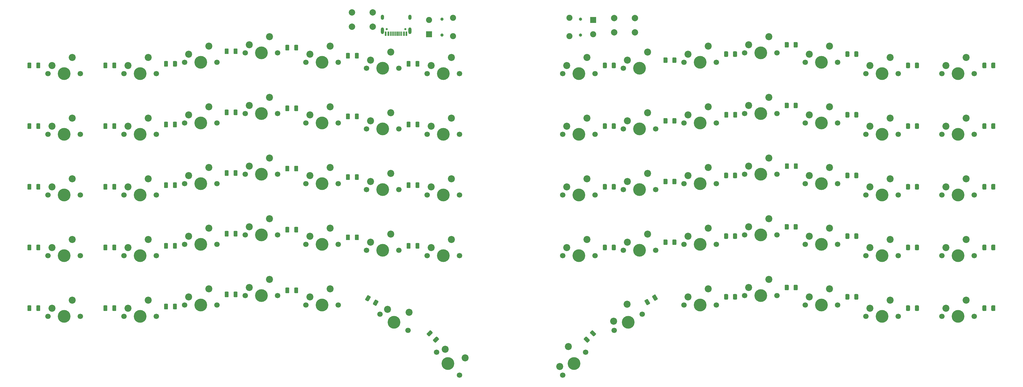
<source format=gbr>
%TF.GenerationSoftware,KiCad,Pcbnew,(5.1.10)-1*%
%TF.CreationDate,2021-08-08T19:29:01+02:00*%
%TF.ProjectId,T1,54312e6b-6963-4616-945f-706362585858,rev?*%
%TF.SameCoordinates,Original*%
%TF.FileFunction,Soldermask,Top*%
%TF.FilePolarity,Negative*%
%FSLAX46Y46*%
G04 Gerber Fmt 4.6, Leading zero omitted, Abs format (unit mm)*
G04 Created by KiCad (PCBNEW (5.1.10)-1) date 2021-08-08 19:29:01*
%MOMM*%
%LPD*%
G01*
G04 APERTURE LIST*
%ADD10C,1.700000*%
%ADD11C,4.000000*%
%ADD12C,2.200000*%
%ADD13R,0.600000X1.450000*%
%ADD14R,0.300000X1.450000*%
%ADD15O,1.000000X2.100000*%
%ADD16C,0.650000*%
%ADD17O,1.000000X1.600000*%
%ADD18C,2.000000*%
%ADD19C,1.000000*%
%ADD20C,1.900000*%
%ADD21R,1.900000X1.900000*%
G04 APERTURE END LIST*
D10*
%TO.C,SW43*%
X174148750Y-63404750D03*
D11*
X179228750Y-63404750D03*
D12*
X175418750Y-60864750D03*
X181768750Y-58324750D03*
%TD*%
D10*
%TO.C,SW16*%
X65500250Y-58578750D03*
X55340250Y-58578750D03*
D11*
X60420250Y-58578750D03*
D12*
X56610250Y-56038750D03*
X62960250Y-53498750D03*
%TD*%
D10*
%TO.C,SW26*%
X103600250Y-63404750D03*
X93440250Y-63404750D03*
D11*
X98520250Y-63404750D03*
D12*
X94710250Y-60864750D03*
X101060250Y-58324750D03*
%TD*%
D10*
%TO.C,SW72*%
X284384750Y-141255750D03*
X274224750Y-141255750D03*
D11*
X279304750Y-141255750D03*
D12*
X275494750Y-138715750D03*
X281844750Y-136175750D03*
%TD*%
D10*
%TO.C,SW71*%
X284384750Y-122205750D03*
X274224750Y-122205750D03*
D11*
X279304750Y-122205750D03*
D12*
X275494750Y-119665750D03*
X281844750Y-117125750D03*
%TD*%
D10*
%TO.C,SW70*%
X284384750Y-103155750D03*
X274224750Y-103155750D03*
D11*
X279304750Y-103155750D03*
D12*
X275494750Y-100615750D03*
X281844750Y-98075750D03*
%TD*%
D10*
%TO.C,SW69*%
X284384750Y-84105750D03*
X274224750Y-84105750D03*
D11*
X279304750Y-84105750D03*
D12*
X275494750Y-81565750D03*
X281844750Y-79025750D03*
%TD*%
D10*
%TO.C,SW68*%
X284384750Y-65055750D03*
X274224750Y-65055750D03*
D11*
X279304750Y-65055750D03*
D12*
X275494750Y-62515750D03*
X281844750Y-59975750D03*
%TD*%
D10*
%TO.C,SW67*%
X260508750Y-141255750D03*
X250348750Y-141255750D03*
D11*
X255428750Y-141255750D03*
D12*
X251618750Y-138715750D03*
X257968750Y-136175750D03*
%TD*%
D10*
%TO.C,SW66*%
X260508750Y-122205750D03*
X250348750Y-122205750D03*
D11*
X255428750Y-122205750D03*
D12*
X251618750Y-119665750D03*
X257968750Y-117125750D03*
%TD*%
D10*
%TO.C,SW65*%
X260508750Y-103155750D03*
X250348750Y-103155750D03*
D11*
X255428750Y-103155750D03*
D12*
X251618750Y-100615750D03*
X257968750Y-98075750D03*
%TD*%
D10*
%TO.C,SW64*%
X260508750Y-84105750D03*
X250348750Y-84105750D03*
D11*
X255428750Y-84105750D03*
D12*
X251618750Y-81565750D03*
X257968750Y-79025750D03*
%TD*%
D10*
%TO.C,SW63*%
X260508750Y-65055750D03*
X250348750Y-65055750D03*
D11*
X255428750Y-65055750D03*
D12*
X251618750Y-62515750D03*
X257968750Y-59975750D03*
%TD*%
D10*
%TO.C,SW62*%
X241458750Y-137699750D03*
X231298750Y-137699750D03*
D11*
X236378750Y-137699750D03*
D12*
X232568750Y-135159750D03*
X238918750Y-132619750D03*
%TD*%
D10*
%TO.C,SW61*%
X241458750Y-118649750D03*
X231298750Y-118649750D03*
D11*
X236378750Y-118649750D03*
D12*
X232568750Y-116109750D03*
X238918750Y-113569750D03*
%TD*%
D10*
%TO.C,SW60*%
X241458750Y-99599750D03*
X231298750Y-99599750D03*
D11*
X236378750Y-99599750D03*
D12*
X232568750Y-97059750D03*
X238918750Y-94519750D03*
%TD*%
D10*
%TO.C,SW59*%
X241458750Y-80549750D03*
X231298750Y-80549750D03*
D11*
X236378750Y-80549750D03*
D12*
X232568750Y-78009750D03*
X238918750Y-75469750D03*
%TD*%
D10*
%TO.C,SW58*%
X241458750Y-61499750D03*
X231298750Y-61499750D03*
D11*
X236378750Y-61499750D03*
D12*
X232568750Y-58959750D03*
X238918750Y-56419750D03*
%TD*%
D10*
%TO.C,SW57*%
X222408750Y-134778750D03*
X212248750Y-134778750D03*
D11*
X217328750Y-134778750D03*
D12*
X213518750Y-132238750D03*
X219868750Y-129698750D03*
%TD*%
D10*
%TO.C,SW56*%
X222408750Y-115728750D03*
X212248750Y-115728750D03*
D11*
X217328750Y-115728750D03*
D12*
X213518750Y-113188750D03*
X219868750Y-110648750D03*
%TD*%
D10*
%TO.C,SW55*%
X222408750Y-96678750D03*
X212248750Y-96678750D03*
D11*
X217328750Y-96678750D03*
D12*
X213518750Y-94138750D03*
X219868750Y-91598750D03*
%TD*%
D10*
%TO.C,SW54*%
X222408750Y-77628750D03*
X212248750Y-77628750D03*
D11*
X217328750Y-77628750D03*
D12*
X213518750Y-75088750D03*
X219868750Y-72548750D03*
%TD*%
D10*
%TO.C,SW53*%
X222408750Y-58578750D03*
X212248750Y-58578750D03*
D11*
X217328750Y-58578750D03*
D12*
X213518750Y-56038750D03*
X219868750Y-53498750D03*
%TD*%
D10*
%TO.C,SW52*%
X203358750Y-137699750D03*
X193198750Y-137699750D03*
D11*
X198278750Y-137699750D03*
D12*
X194468750Y-135159750D03*
X200818750Y-132619750D03*
%TD*%
D10*
%TO.C,SW51*%
X203358750Y-118649750D03*
X193198750Y-118649750D03*
D11*
X198278750Y-118649750D03*
D12*
X194468750Y-116109750D03*
X200818750Y-113569750D03*
%TD*%
D10*
%TO.C,SW50*%
X203358750Y-99599750D03*
X193198750Y-99599750D03*
D11*
X198278750Y-99599750D03*
D12*
X194468750Y-97059750D03*
X200818750Y-94519750D03*
%TD*%
D10*
%TO.C,SW49*%
X203358750Y-80549750D03*
X193198750Y-80549750D03*
D11*
X198278750Y-80549750D03*
D12*
X194468750Y-78009750D03*
X200818750Y-75469750D03*
%TD*%
D10*
%TO.C,SW48*%
X203358750Y-61499750D03*
X193198750Y-61499750D03*
D11*
X198278750Y-61499750D03*
D12*
X194468750Y-58959750D03*
X200818750Y-56419750D03*
%TD*%
D10*
%TO.C,SW47*%
X180072160Y-140575159D03*
X171273341Y-145655159D03*
D11*
X175672750Y-143115159D03*
D12*
X171103194Y-142820455D03*
X175332455Y-137445750D03*
%TD*%
D10*
%TO.C,SW46*%
X184308750Y-120554750D03*
X174148750Y-120554750D03*
D11*
X179228750Y-120554750D03*
D12*
X175418750Y-118014750D03*
X181768750Y-115474750D03*
%TD*%
D10*
%TO.C,SW45*%
X184308750Y-101504750D03*
X174148750Y-101504750D03*
D11*
X179228750Y-101504750D03*
D12*
X175418750Y-98964750D03*
X181768750Y-96424750D03*
%TD*%
D10*
%TO.C,SW44*%
X184308750Y-82454750D03*
X174148750Y-82454750D03*
D11*
X179228750Y-82454750D03*
D12*
X175418750Y-79914750D03*
X181768750Y-77374750D03*
%TD*%
D10*
%TO.C,SW42*%
X162246853Y-152522647D03*
X155062648Y-159706852D03*
D11*
X158654750Y-156114750D03*
D12*
X154164622Y-157012775D03*
X156858699Y-150726596D03*
%TD*%
D10*
%TO.C,SW41*%
X165258750Y-122205750D03*
X155098750Y-122205750D03*
D11*
X160178750Y-122205750D03*
D12*
X156368750Y-119665750D03*
X162718750Y-117125750D03*
%TD*%
D10*
%TO.C,SW40*%
X165258750Y-103155750D03*
X155098750Y-103155750D03*
D11*
X160178750Y-103155750D03*
D12*
X156368750Y-100615750D03*
X162718750Y-98075750D03*
%TD*%
D10*
%TO.C,SW39*%
X165258750Y-84105750D03*
X155098750Y-84105750D03*
D11*
X160178750Y-84105750D03*
D12*
X156368750Y-81565750D03*
X162718750Y-79025750D03*
%TD*%
D10*
%TO.C,SW38*%
X165258750Y-65055750D03*
X155098750Y-65055750D03*
D11*
X160178750Y-65055750D03*
D12*
X156368750Y-62515750D03*
X162718750Y-59975750D03*
%TD*%
%TO.C,D68*%
G36*
G01*
X288181750Y-99990750D02*
X288181750Y-101240750D01*
G75*
G02*
X287931750Y-101490750I-250000J0D01*
G01*
X287181750Y-101490750D01*
G75*
G02*
X286931750Y-101240750I0J250000D01*
G01*
X286931750Y-99990750D01*
G75*
G02*
X287181750Y-99740750I250000J0D01*
G01*
X287931750Y-99740750D01*
G75*
G02*
X288181750Y-99990750I0J-250000D01*
G01*
G37*
G36*
G01*
X290981750Y-99990750D02*
X290981750Y-101240750D01*
G75*
G02*
X290731750Y-101490750I-250000J0D01*
G01*
X289981750Y-101490750D01*
G75*
G02*
X289731750Y-101240750I0J250000D01*
G01*
X289731750Y-99990750D01*
G75*
G02*
X289981750Y-99740750I250000J0D01*
G01*
X290731750Y-99740750D01*
G75*
G02*
X290981750Y-99990750I0J-250000D01*
G01*
G37*
%TD*%
%TO.C,D60*%
G36*
G01*
X245125750Y-134534750D02*
X245125750Y-135784750D01*
G75*
G02*
X244875750Y-136034750I-250000J0D01*
G01*
X244125750Y-136034750D01*
G75*
G02*
X243875750Y-135784750I0J250000D01*
G01*
X243875750Y-134534750D01*
G75*
G02*
X244125750Y-134284750I250000J0D01*
G01*
X244875750Y-134284750D01*
G75*
G02*
X245125750Y-134534750I0J-250000D01*
G01*
G37*
G36*
G01*
X247925750Y-134534750D02*
X247925750Y-135784750D01*
G75*
G02*
X247675750Y-136034750I-250000J0D01*
G01*
X246925750Y-136034750D01*
G75*
G02*
X246675750Y-135784750I0J250000D01*
G01*
X246675750Y-134534750D01*
G75*
G02*
X246925750Y-134284750I250000J0D01*
G01*
X247675750Y-134284750D01*
G75*
G02*
X247925750Y-134534750I0J-250000D01*
G01*
G37*
%TD*%
%TO.C,D45*%
G36*
G01*
X181858644Y-135959984D02*
X182483644Y-137042516D01*
G75*
G02*
X182392138Y-137384022I-216506J-125000D01*
G01*
X181742618Y-137759022D01*
G75*
G02*
X181401112Y-137667516I-125000J216506D01*
G01*
X180776112Y-136584984D01*
G75*
G02*
X180867618Y-136243478I216506J125000D01*
G01*
X181517138Y-135868478D01*
G75*
G02*
X181858644Y-135959984I125000J-216506D01*
G01*
G37*
G36*
G01*
X184283516Y-134559984D02*
X184908516Y-135642516D01*
G75*
G02*
X184817010Y-135984022I-216506J-125000D01*
G01*
X184167490Y-136359022D01*
G75*
G02*
X183825984Y-136267516I-125000J216506D01*
G01*
X183200984Y-135184984D01*
G75*
G02*
X183292490Y-134843478I216506J125000D01*
G01*
X183942010Y-134468478D01*
G75*
G02*
X184283516Y-134559984I125000J-216506D01*
G01*
G37*
%TD*%
D13*
%TO.C,J1*%
X99461250Y-52527250D03*
X100261250Y-52527250D03*
X105161250Y-52527250D03*
X105961250Y-52527250D03*
X105961250Y-52527250D03*
X105161250Y-52527250D03*
X100261250Y-52527250D03*
X99461250Y-52527250D03*
D14*
X104461250Y-52527250D03*
X103961250Y-52527250D03*
X103461250Y-52527250D03*
X102461250Y-52527250D03*
X101961250Y-52527250D03*
X101461250Y-52527250D03*
X100961250Y-52527250D03*
X102961250Y-52527250D03*
D15*
X98391250Y-51612250D03*
X107031250Y-51612250D03*
D16*
X105601250Y-51082250D03*
D17*
X107031250Y-47432250D03*
D16*
X99821250Y-51082250D03*
D17*
X98391250Y-47432250D03*
%TD*%
D18*
%TO.C,SW37*%
X177727750Y-47656750D03*
X177727750Y-52156750D03*
X171227750Y-47656750D03*
X171227750Y-52156750D03*
%TD*%
%TO.C,SW36*%
X95368250Y-45878750D03*
X95368250Y-50378750D03*
X88868250Y-45878750D03*
X88868250Y-50378750D03*
%TD*%
D10*
%TO.C,SW35*%
X122632199Y-159724904D03*
X115447994Y-152540699D03*
D11*
X119040096Y-156132801D03*
D12*
X118142071Y-151642673D03*
X124428250Y-154336750D03*
%TD*%
D10*
%TO.C,SW34*%
X122650250Y-122205750D03*
X112490250Y-122205750D03*
D11*
X117570250Y-122205750D03*
D12*
X113760250Y-119665750D03*
X120110250Y-117125750D03*
%TD*%
D10*
%TO.C,SW33*%
X122650250Y-103155750D03*
X112490250Y-103155750D03*
D11*
X117570250Y-103155750D03*
D12*
X113760250Y-100615750D03*
X120110250Y-98075750D03*
%TD*%
D10*
%TO.C,SW32*%
X122650250Y-84105750D03*
X112490250Y-84105750D03*
D11*
X117570250Y-84105750D03*
D12*
X113760250Y-81565750D03*
X120110250Y-79025750D03*
%TD*%
D10*
%TO.C,SW31*%
X122650250Y-65055750D03*
X112490250Y-65055750D03*
D11*
X117570250Y-65055750D03*
D12*
X113760250Y-62515750D03*
X120110250Y-59975750D03*
%TD*%
D10*
%TO.C,SW30*%
X106475660Y-145700750D03*
X97676841Y-140620750D03*
D11*
X102076250Y-143160750D03*
D12*
X100046694Y-139056046D03*
X106815955Y-140031341D03*
%TD*%
D10*
%TO.C,SW29*%
X103600250Y-120554750D03*
X93440250Y-120554750D03*
D11*
X98520250Y-120554750D03*
D12*
X94710250Y-118014750D03*
X101060250Y-115474750D03*
%TD*%
D10*
%TO.C,SW28*%
X103600250Y-101504750D03*
X93440250Y-101504750D03*
D11*
X98520250Y-101504750D03*
D12*
X94710250Y-98964750D03*
X101060250Y-96424750D03*
%TD*%
D10*
%TO.C,SW27*%
X103600250Y-82454750D03*
X93440250Y-82454750D03*
D11*
X98520250Y-82454750D03*
D12*
X94710250Y-79914750D03*
X101060250Y-77374750D03*
%TD*%
D10*
%TO.C,SW25*%
X84550250Y-137699750D03*
X74390250Y-137699750D03*
D11*
X79470250Y-137699750D03*
D12*
X75660250Y-135159750D03*
X82010250Y-132619750D03*
%TD*%
D10*
%TO.C,SW24*%
X84550250Y-118649750D03*
X74390250Y-118649750D03*
D11*
X79470250Y-118649750D03*
D12*
X75660250Y-116109750D03*
X82010250Y-113569750D03*
%TD*%
D10*
%TO.C,SW23*%
X84550250Y-99599750D03*
X74390250Y-99599750D03*
D11*
X79470250Y-99599750D03*
D12*
X75660250Y-97059750D03*
X82010250Y-94519750D03*
%TD*%
D10*
%TO.C,SW22*%
X84550250Y-80549750D03*
X74390250Y-80549750D03*
D11*
X79470250Y-80549750D03*
D12*
X75660250Y-78009750D03*
X82010250Y-75469750D03*
%TD*%
D10*
%TO.C,SW21*%
X84550250Y-61499750D03*
X74390250Y-61499750D03*
D11*
X79470250Y-61499750D03*
D12*
X75660250Y-58959750D03*
X82010250Y-56419750D03*
%TD*%
D10*
%TO.C,SW20*%
X65500250Y-134778750D03*
X55340250Y-134778750D03*
D11*
X60420250Y-134778750D03*
D12*
X56610250Y-132238750D03*
X62960250Y-129698750D03*
%TD*%
D10*
%TO.C,SW19*%
X65500250Y-115728750D03*
X55340250Y-115728750D03*
D11*
X60420250Y-115728750D03*
D12*
X56610250Y-113188750D03*
X62960250Y-110648750D03*
%TD*%
D10*
%TO.C,SW18*%
X65500250Y-96678750D03*
X55340250Y-96678750D03*
D11*
X60420250Y-96678750D03*
D12*
X56610250Y-94138750D03*
X62960250Y-91598750D03*
%TD*%
D10*
%TO.C,SW17*%
X65500250Y-77628750D03*
X55340250Y-77628750D03*
D11*
X60420250Y-77628750D03*
D12*
X56610250Y-75088750D03*
X62960250Y-72548750D03*
%TD*%
D10*
%TO.C,SW15*%
X46450250Y-137699750D03*
X36290250Y-137699750D03*
D11*
X41370250Y-137699750D03*
D12*
X37560250Y-135159750D03*
X43910250Y-132619750D03*
%TD*%
D10*
%TO.C,SW14*%
X46450250Y-118649750D03*
X36290250Y-118649750D03*
D11*
X41370250Y-118649750D03*
D12*
X37560250Y-116109750D03*
X43910250Y-113569750D03*
%TD*%
D10*
%TO.C,SW13*%
X46450250Y-99599750D03*
X36290250Y-99599750D03*
D11*
X41370250Y-99599750D03*
D12*
X37560250Y-97059750D03*
X43910250Y-94519750D03*
%TD*%
D10*
%TO.C,SW12*%
X46450250Y-80549750D03*
X36290250Y-80549750D03*
D11*
X41370250Y-80549750D03*
D12*
X37560250Y-78009750D03*
X43910250Y-75469750D03*
%TD*%
D10*
%TO.C,SW11*%
X46450250Y-61499750D03*
X36290250Y-61499750D03*
D11*
X41370250Y-61499750D03*
D12*
X37560250Y-58959750D03*
X43910250Y-56419750D03*
%TD*%
D10*
%TO.C,SW10*%
X27400250Y-141255750D03*
X17240250Y-141255750D03*
D11*
X22320250Y-141255750D03*
D12*
X18510250Y-138715750D03*
X24860250Y-136175750D03*
%TD*%
D10*
%TO.C,SW9*%
X27400250Y-122205750D03*
X17240250Y-122205750D03*
D11*
X22320250Y-122205750D03*
D12*
X18510250Y-119665750D03*
X24860250Y-117125750D03*
%TD*%
D10*
%TO.C,SW8*%
X27400250Y-103155750D03*
X17240250Y-103155750D03*
D11*
X22320250Y-103155750D03*
D12*
X18510250Y-100615750D03*
X24860250Y-98075750D03*
%TD*%
D10*
%TO.C,SW7*%
X27400250Y-84105750D03*
X17240250Y-84105750D03*
D11*
X22320250Y-84105750D03*
D12*
X18510250Y-81565750D03*
X24860250Y-79025750D03*
%TD*%
D10*
%TO.C,SW6*%
X27400250Y-65055750D03*
X17240250Y-65055750D03*
D11*
X22320250Y-65055750D03*
D12*
X18510250Y-62515750D03*
X24860250Y-59975750D03*
%TD*%
D10*
%TO.C,SW5*%
X3524250Y-141255750D03*
X-6635750Y-141255750D03*
D11*
X-1555750Y-141255750D03*
D12*
X-5365750Y-138715750D03*
X984250Y-136175750D03*
%TD*%
D10*
%TO.C,SW4*%
X3524250Y-122205750D03*
X-6635750Y-122205750D03*
D11*
X-1555750Y-122205750D03*
D12*
X-5365750Y-119665750D03*
X984250Y-117125750D03*
%TD*%
D10*
%TO.C,SW3*%
X3524250Y-103155750D03*
X-6635750Y-103155750D03*
D11*
X-1555750Y-103155750D03*
D12*
X-5365750Y-100615750D03*
X984250Y-98075750D03*
%TD*%
D10*
%TO.C,SW2*%
X3524250Y-84105750D03*
X-6635750Y-84105750D03*
D11*
X-1555750Y-84105750D03*
D12*
X-5365750Y-81565750D03*
X984250Y-79025750D03*
%TD*%
D10*
%TO.C,SW1*%
X3524250Y-65055750D03*
X-6635750Y-65055750D03*
D11*
X-1555750Y-65055750D03*
D12*
X-5365750Y-62515750D03*
X984250Y-59975750D03*
%TD*%
D19*
%TO.C,J3*%
X160646750Y-47950750D03*
X160646750Y-52950750D03*
D20*
X164646750Y-52700750D03*
D21*
X164646750Y-48200750D03*
D20*
X157146750Y-53350750D03*
X157146750Y-47550750D03*
%TD*%
D19*
%TO.C,J2*%
X117102250Y-52950750D03*
X117102250Y-47950750D03*
D20*
X113102250Y-48200750D03*
D21*
X113102250Y-52700750D03*
D20*
X120602250Y-47550750D03*
X120602250Y-53350750D03*
%TD*%
%TO.C,D70*%
G36*
G01*
X288181750Y-138090750D02*
X288181750Y-139340750D01*
G75*
G02*
X287931750Y-139590750I-250000J0D01*
G01*
X287181750Y-139590750D01*
G75*
G02*
X286931750Y-139340750I0J250000D01*
G01*
X286931750Y-138090750D01*
G75*
G02*
X287181750Y-137840750I250000J0D01*
G01*
X287931750Y-137840750D01*
G75*
G02*
X288181750Y-138090750I0J-250000D01*
G01*
G37*
G36*
G01*
X290981750Y-138090750D02*
X290981750Y-139340750D01*
G75*
G02*
X290731750Y-139590750I-250000J0D01*
G01*
X289981750Y-139590750D01*
G75*
G02*
X289731750Y-139340750I0J250000D01*
G01*
X289731750Y-138090750D01*
G75*
G02*
X289981750Y-137840750I250000J0D01*
G01*
X290731750Y-137840750D01*
G75*
G02*
X290981750Y-138090750I0J-250000D01*
G01*
G37*
%TD*%
%TO.C,D69*%
G36*
G01*
X288181750Y-119040750D02*
X288181750Y-120290750D01*
G75*
G02*
X287931750Y-120540750I-250000J0D01*
G01*
X287181750Y-120540750D01*
G75*
G02*
X286931750Y-120290750I0J250000D01*
G01*
X286931750Y-119040750D01*
G75*
G02*
X287181750Y-118790750I250000J0D01*
G01*
X287931750Y-118790750D01*
G75*
G02*
X288181750Y-119040750I0J-250000D01*
G01*
G37*
G36*
G01*
X290981750Y-119040750D02*
X290981750Y-120290750D01*
G75*
G02*
X290731750Y-120540750I-250000J0D01*
G01*
X289981750Y-120540750D01*
G75*
G02*
X289731750Y-120290750I0J250000D01*
G01*
X289731750Y-119040750D01*
G75*
G02*
X289981750Y-118790750I250000J0D01*
G01*
X290731750Y-118790750D01*
G75*
G02*
X290981750Y-119040750I0J-250000D01*
G01*
G37*
%TD*%
%TO.C,D67*%
G36*
G01*
X288181750Y-80940750D02*
X288181750Y-82190750D01*
G75*
G02*
X287931750Y-82440750I-250000J0D01*
G01*
X287181750Y-82440750D01*
G75*
G02*
X286931750Y-82190750I0J250000D01*
G01*
X286931750Y-80940750D01*
G75*
G02*
X287181750Y-80690750I250000J0D01*
G01*
X287931750Y-80690750D01*
G75*
G02*
X288181750Y-80940750I0J-250000D01*
G01*
G37*
G36*
G01*
X290981750Y-80940750D02*
X290981750Y-82190750D01*
G75*
G02*
X290731750Y-82440750I-250000J0D01*
G01*
X289981750Y-82440750D01*
G75*
G02*
X289731750Y-82190750I0J250000D01*
G01*
X289731750Y-80940750D01*
G75*
G02*
X289981750Y-80690750I250000J0D01*
G01*
X290731750Y-80690750D01*
G75*
G02*
X290981750Y-80940750I0J-250000D01*
G01*
G37*
%TD*%
%TO.C,D66*%
G36*
G01*
X288181750Y-61890750D02*
X288181750Y-63140750D01*
G75*
G02*
X287931750Y-63390750I-250000J0D01*
G01*
X287181750Y-63390750D01*
G75*
G02*
X286931750Y-63140750I0J250000D01*
G01*
X286931750Y-61890750D01*
G75*
G02*
X287181750Y-61640750I250000J0D01*
G01*
X287931750Y-61640750D01*
G75*
G02*
X288181750Y-61890750I0J-250000D01*
G01*
G37*
G36*
G01*
X290981750Y-61890750D02*
X290981750Y-63140750D01*
G75*
G02*
X290731750Y-63390750I-250000J0D01*
G01*
X289981750Y-63390750D01*
G75*
G02*
X289731750Y-63140750I0J250000D01*
G01*
X289731750Y-61890750D01*
G75*
G02*
X289981750Y-61640750I250000J0D01*
G01*
X290731750Y-61640750D01*
G75*
G02*
X290981750Y-61890750I0J-250000D01*
G01*
G37*
%TD*%
%TO.C,D65*%
G36*
G01*
X264178750Y-138090750D02*
X264178750Y-139340750D01*
G75*
G02*
X263928750Y-139590750I-250000J0D01*
G01*
X263178750Y-139590750D01*
G75*
G02*
X262928750Y-139340750I0J250000D01*
G01*
X262928750Y-138090750D01*
G75*
G02*
X263178750Y-137840750I250000J0D01*
G01*
X263928750Y-137840750D01*
G75*
G02*
X264178750Y-138090750I0J-250000D01*
G01*
G37*
G36*
G01*
X266978750Y-138090750D02*
X266978750Y-139340750D01*
G75*
G02*
X266728750Y-139590750I-250000J0D01*
G01*
X265978750Y-139590750D01*
G75*
G02*
X265728750Y-139340750I0J250000D01*
G01*
X265728750Y-138090750D01*
G75*
G02*
X265978750Y-137840750I250000J0D01*
G01*
X266728750Y-137840750D01*
G75*
G02*
X266978750Y-138090750I0J-250000D01*
G01*
G37*
%TD*%
%TO.C,D64*%
G36*
G01*
X264178750Y-119040750D02*
X264178750Y-120290750D01*
G75*
G02*
X263928750Y-120540750I-250000J0D01*
G01*
X263178750Y-120540750D01*
G75*
G02*
X262928750Y-120290750I0J250000D01*
G01*
X262928750Y-119040750D01*
G75*
G02*
X263178750Y-118790750I250000J0D01*
G01*
X263928750Y-118790750D01*
G75*
G02*
X264178750Y-119040750I0J-250000D01*
G01*
G37*
G36*
G01*
X266978750Y-119040750D02*
X266978750Y-120290750D01*
G75*
G02*
X266728750Y-120540750I-250000J0D01*
G01*
X265978750Y-120540750D01*
G75*
G02*
X265728750Y-120290750I0J250000D01*
G01*
X265728750Y-119040750D01*
G75*
G02*
X265978750Y-118790750I250000J0D01*
G01*
X266728750Y-118790750D01*
G75*
G02*
X266978750Y-119040750I0J-250000D01*
G01*
G37*
%TD*%
%TO.C,D63*%
G36*
G01*
X264175750Y-99990750D02*
X264175750Y-101240750D01*
G75*
G02*
X263925750Y-101490750I-250000J0D01*
G01*
X263175750Y-101490750D01*
G75*
G02*
X262925750Y-101240750I0J250000D01*
G01*
X262925750Y-99990750D01*
G75*
G02*
X263175750Y-99740750I250000J0D01*
G01*
X263925750Y-99740750D01*
G75*
G02*
X264175750Y-99990750I0J-250000D01*
G01*
G37*
G36*
G01*
X266975750Y-99990750D02*
X266975750Y-101240750D01*
G75*
G02*
X266725750Y-101490750I-250000J0D01*
G01*
X265975750Y-101490750D01*
G75*
G02*
X265725750Y-101240750I0J250000D01*
G01*
X265725750Y-99990750D01*
G75*
G02*
X265975750Y-99740750I250000J0D01*
G01*
X266725750Y-99740750D01*
G75*
G02*
X266975750Y-99990750I0J-250000D01*
G01*
G37*
%TD*%
%TO.C,D62*%
G36*
G01*
X264178750Y-80940750D02*
X264178750Y-82190750D01*
G75*
G02*
X263928750Y-82440750I-250000J0D01*
G01*
X263178750Y-82440750D01*
G75*
G02*
X262928750Y-82190750I0J250000D01*
G01*
X262928750Y-80940750D01*
G75*
G02*
X263178750Y-80690750I250000J0D01*
G01*
X263928750Y-80690750D01*
G75*
G02*
X264178750Y-80940750I0J-250000D01*
G01*
G37*
G36*
G01*
X266978750Y-80940750D02*
X266978750Y-82190750D01*
G75*
G02*
X266728750Y-82440750I-250000J0D01*
G01*
X265978750Y-82440750D01*
G75*
G02*
X265728750Y-82190750I0J250000D01*
G01*
X265728750Y-80940750D01*
G75*
G02*
X265978750Y-80690750I250000J0D01*
G01*
X266728750Y-80690750D01*
G75*
G02*
X266978750Y-80940750I0J-250000D01*
G01*
G37*
%TD*%
%TO.C,D61*%
G36*
G01*
X264178750Y-61890750D02*
X264178750Y-63140750D01*
G75*
G02*
X263928750Y-63390750I-250000J0D01*
G01*
X263178750Y-63390750D01*
G75*
G02*
X262928750Y-63140750I0J250000D01*
G01*
X262928750Y-61890750D01*
G75*
G02*
X263178750Y-61640750I250000J0D01*
G01*
X263928750Y-61640750D01*
G75*
G02*
X264178750Y-61890750I0J-250000D01*
G01*
G37*
G36*
G01*
X266978750Y-61890750D02*
X266978750Y-63140750D01*
G75*
G02*
X266728750Y-63390750I-250000J0D01*
G01*
X265978750Y-63390750D01*
G75*
G02*
X265728750Y-63140750I0J250000D01*
G01*
X265728750Y-61890750D01*
G75*
G02*
X265978750Y-61640750I250000J0D01*
G01*
X266728750Y-61640750D01*
G75*
G02*
X266978750Y-61890750I0J-250000D01*
G01*
G37*
%TD*%
%TO.C,D59*%
G36*
G01*
X245128750Y-115484750D02*
X245128750Y-116734750D01*
G75*
G02*
X244878750Y-116984750I-250000J0D01*
G01*
X244128750Y-116984750D01*
G75*
G02*
X243878750Y-116734750I0J250000D01*
G01*
X243878750Y-115484750D01*
G75*
G02*
X244128750Y-115234750I250000J0D01*
G01*
X244878750Y-115234750D01*
G75*
G02*
X245128750Y-115484750I0J-250000D01*
G01*
G37*
G36*
G01*
X247928750Y-115484750D02*
X247928750Y-116734750D01*
G75*
G02*
X247678750Y-116984750I-250000J0D01*
G01*
X246928750Y-116984750D01*
G75*
G02*
X246678750Y-116734750I0J250000D01*
G01*
X246678750Y-115484750D01*
G75*
G02*
X246928750Y-115234750I250000J0D01*
G01*
X247678750Y-115234750D01*
G75*
G02*
X247928750Y-115484750I0J-250000D01*
G01*
G37*
%TD*%
%TO.C,D58*%
G36*
G01*
X245128750Y-96434750D02*
X245128750Y-97684750D01*
G75*
G02*
X244878750Y-97934750I-250000J0D01*
G01*
X244128750Y-97934750D01*
G75*
G02*
X243878750Y-97684750I0J250000D01*
G01*
X243878750Y-96434750D01*
G75*
G02*
X244128750Y-96184750I250000J0D01*
G01*
X244878750Y-96184750D01*
G75*
G02*
X245128750Y-96434750I0J-250000D01*
G01*
G37*
G36*
G01*
X247928750Y-96434750D02*
X247928750Y-97684750D01*
G75*
G02*
X247678750Y-97934750I-250000J0D01*
G01*
X246928750Y-97934750D01*
G75*
G02*
X246678750Y-97684750I0J250000D01*
G01*
X246678750Y-96434750D01*
G75*
G02*
X246928750Y-96184750I250000J0D01*
G01*
X247678750Y-96184750D01*
G75*
G02*
X247928750Y-96434750I0J-250000D01*
G01*
G37*
%TD*%
%TO.C,D57*%
G36*
G01*
X245128750Y-77384750D02*
X245128750Y-78634750D01*
G75*
G02*
X244878750Y-78884750I-250000J0D01*
G01*
X244128750Y-78884750D01*
G75*
G02*
X243878750Y-78634750I0J250000D01*
G01*
X243878750Y-77384750D01*
G75*
G02*
X244128750Y-77134750I250000J0D01*
G01*
X244878750Y-77134750D01*
G75*
G02*
X245128750Y-77384750I0J-250000D01*
G01*
G37*
G36*
G01*
X247928750Y-77384750D02*
X247928750Y-78634750D01*
G75*
G02*
X247678750Y-78884750I-250000J0D01*
G01*
X246928750Y-78884750D01*
G75*
G02*
X246678750Y-78634750I0J250000D01*
G01*
X246678750Y-77384750D01*
G75*
G02*
X246928750Y-77134750I250000J0D01*
G01*
X247678750Y-77134750D01*
G75*
G02*
X247928750Y-77384750I0J-250000D01*
G01*
G37*
%TD*%
%TO.C,D56*%
G36*
G01*
X245128750Y-58334750D02*
X245128750Y-59584750D01*
G75*
G02*
X244878750Y-59834750I-250000J0D01*
G01*
X244128750Y-59834750D01*
G75*
G02*
X243878750Y-59584750I0J250000D01*
G01*
X243878750Y-58334750D01*
G75*
G02*
X244128750Y-58084750I250000J0D01*
G01*
X244878750Y-58084750D01*
G75*
G02*
X245128750Y-58334750I0J-250000D01*
G01*
G37*
G36*
G01*
X247928750Y-58334750D02*
X247928750Y-59584750D01*
G75*
G02*
X247678750Y-59834750I-250000J0D01*
G01*
X246928750Y-59834750D01*
G75*
G02*
X246678750Y-59584750I0J250000D01*
G01*
X246678750Y-58334750D01*
G75*
G02*
X246928750Y-58084750I250000J0D01*
G01*
X247678750Y-58084750D01*
G75*
G02*
X247928750Y-58334750I0J-250000D01*
G01*
G37*
%TD*%
%TO.C,D55*%
G36*
G01*
X226078750Y-131613750D02*
X226078750Y-132863750D01*
G75*
G02*
X225828750Y-133113750I-250000J0D01*
G01*
X225078750Y-133113750D01*
G75*
G02*
X224828750Y-132863750I0J250000D01*
G01*
X224828750Y-131613750D01*
G75*
G02*
X225078750Y-131363750I250000J0D01*
G01*
X225828750Y-131363750D01*
G75*
G02*
X226078750Y-131613750I0J-250000D01*
G01*
G37*
G36*
G01*
X228878750Y-131613750D02*
X228878750Y-132863750D01*
G75*
G02*
X228628750Y-133113750I-250000J0D01*
G01*
X227878750Y-133113750D01*
G75*
G02*
X227628750Y-132863750I0J250000D01*
G01*
X227628750Y-131613750D01*
G75*
G02*
X227878750Y-131363750I250000J0D01*
G01*
X228628750Y-131363750D01*
G75*
G02*
X228878750Y-131613750I0J-250000D01*
G01*
G37*
%TD*%
%TO.C,D54*%
G36*
G01*
X226078750Y-112563750D02*
X226078750Y-113813750D01*
G75*
G02*
X225828750Y-114063750I-250000J0D01*
G01*
X225078750Y-114063750D01*
G75*
G02*
X224828750Y-113813750I0J250000D01*
G01*
X224828750Y-112563750D01*
G75*
G02*
X225078750Y-112313750I250000J0D01*
G01*
X225828750Y-112313750D01*
G75*
G02*
X226078750Y-112563750I0J-250000D01*
G01*
G37*
G36*
G01*
X228878750Y-112563750D02*
X228878750Y-113813750D01*
G75*
G02*
X228628750Y-114063750I-250000J0D01*
G01*
X227878750Y-114063750D01*
G75*
G02*
X227628750Y-113813750I0J250000D01*
G01*
X227628750Y-112563750D01*
G75*
G02*
X227878750Y-112313750I250000J0D01*
G01*
X228628750Y-112313750D01*
G75*
G02*
X228878750Y-112563750I0J-250000D01*
G01*
G37*
%TD*%
%TO.C,D53*%
G36*
G01*
X226139250Y-93513750D02*
X226139250Y-94763750D01*
G75*
G02*
X225889250Y-95013750I-250000J0D01*
G01*
X225139250Y-95013750D01*
G75*
G02*
X224889250Y-94763750I0J250000D01*
G01*
X224889250Y-93513750D01*
G75*
G02*
X225139250Y-93263750I250000J0D01*
G01*
X225889250Y-93263750D01*
G75*
G02*
X226139250Y-93513750I0J-250000D01*
G01*
G37*
G36*
G01*
X228939250Y-93513750D02*
X228939250Y-94763750D01*
G75*
G02*
X228689250Y-95013750I-250000J0D01*
G01*
X227939250Y-95013750D01*
G75*
G02*
X227689250Y-94763750I0J250000D01*
G01*
X227689250Y-93513750D01*
G75*
G02*
X227939250Y-93263750I250000J0D01*
G01*
X228689250Y-93263750D01*
G75*
G02*
X228939250Y-93513750I0J-250000D01*
G01*
G37*
%TD*%
%TO.C,D52*%
G36*
G01*
X226078750Y-74463750D02*
X226078750Y-75713750D01*
G75*
G02*
X225828750Y-75963750I-250000J0D01*
G01*
X225078750Y-75963750D01*
G75*
G02*
X224828750Y-75713750I0J250000D01*
G01*
X224828750Y-74463750D01*
G75*
G02*
X225078750Y-74213750I250000J0D01*
G01*
X225828750Y-74213750D01*
G75*
G02*
X226078750Y-74463750I0J-250000D01*
G01*
G37*
G36*
G01*
X228878750Y-74463750D02*
X228878750Y-75713750D01*
G75*
G02*
X228628750Y-75963750I-250000J0D01*
G01*
X227878750Y-75963750D01*
G75*
G02*
X227628750Y-75713750I0J250000D01*
G01*
X227628750Y-74463750D01*
G75*
G02*
X227878750Y-74213750I250000J0D01*
G01*
X228628750Y-74213750D01*
G75*
G02*
X228878750Y-74463750I0J-250000D01*
G01*
G37*
%TD*%
%TO.C,D51*%
G36*
G01*
X226075750Y-55413750D02*
X226075750Y-56663750D01*
G75*
G02*
X225825750Y-56913750I-250000J0D01*
G01*
X225075750Y-56913750D01*
G75*
G02*
X224825750Y-56663750I0J250000D01*
G01*
X224825750Y-55413750D01*
G75*
G02*
X225075750Y-55163750I250000J0D01*
G01*
X225825750Y-55163750D01*
G75*
G02*
X226075750Y-55413750I0J-250000D01*
G01*
G37*
G36*
G01*
X228875750Y-55413750D02*
X228875750Y-56663750D01*
G75*
G02*
X228625750Y-56913750I-250000J0D01*
G01*
X227875750Y-56913750D01*
G75*
G02*
X227625750Y-56663750I0J250000D01*
G01*
X227625750Y-55413750D01*
G75*
G02*
X227875750Y-55163750I250000J0D01*
G01*
X228625750Y-55163750D01*
G75*
G02*
X228875750Y-55413750I0J-250000D01*
G01*
G37*
%TD*%
%TO.C,D50*%
G36*
G01*
X207028750Y-134534750D02*
X207028750Y-135784750D01*
G75*
G02*
X206778750Y-136034750I-250000J0D01*
G01*
X206028750Y-136034750D01*
G75*
G02*
X205778750Y-135784750I0J250000D01*
G01*
X205778750Y-134534750D01*
G75*
G02*
X206028750Y-134284750I250000J0D01*
G01*
X206778750Y-134284750D01*
G75*
G02*
X207028750Y-134534750I0J-250000D01*
G01*
G37*
G36*
G01*
X209828750Y-134534750D02*
X209828750Y-135784750D01*
G75*
G02*
X209578750Y-136034750I-250000J0D01*
G01*
X208828750Y-136034750D01*
G75*
G02*
X208578750Y-135784750I0J250000D01*
G01*
X208578750Y-134534750D01*
G75*
G02*
X208828750Y-134284750I250000J0D01*
G01*
X209578750Y-134284750D01*
G75*
G02*
X209828750Y-134534750I0J-250000D01*
G01*
G37*
%TD*%
%TO.C,D49*%
G36*
G01*
X207028750Y-115484750D02*
X207028750Y-116734750D01*
G75*
G02*
X206778750Y-116984750I-250000J0D01*
G01*
X206028750Y-116984750D01*
G75*
G02*
X205778750Y-116734750I0J250000D01*
G01*
X205778750Y-115484750D01*
G75*
G02*
X206028750Y-115234750I250000J0D01*
G01*
X206778750Y-115234750D01*
G75*
G02*
X207028750Y-115484750I0J-250000D01*
G01*
G37*
G36*
G01*
X209828750Y-115484750D02*
X209828750Y-116734750D01*
G75*
G02*
X209578750Y-116984750I-250000J0D01*
G01*
X208828750Y-116984750D01*
G75*
G02*
X208578750Y-116734750I0J250000D01*
G01*
X208578750Y-115484750D01*
G75*
G02*
X208828750Y-115234750I250000J0D01*
G01*
X209578750Y-115234750D01*
G75*
G02*
X209828750Y-115484750I0J-250000D01*
G01*
G37*
%TD*%
%TO.C,D48*%
G36*
G01*
X207028750Y-96434750D02*
X207028750Y-97684750D01*
G75*
G02*
X206778750Y-97934750I-250000J0D01*
G01*
X206028750Y-97934750D01*
G75*
G02*
X205778750Y-97684750I0J250000D01*
G01*
X205778750Y-96434750D01*
G75*
G02*
X206028750Y-96184750I250000J0D01*
G01*
X206778750Y-96184750D01*
G75*
G02*
X207028750Y-96434750I0J-250000D01*
G01*
G37*
G36*
G01*
X209828750Y-96434750D02*
X209828750Y-97684750D01*
G75*
G02*
X209578750Y-97934750I-250000J0D01*
G01*
X208828750Y-97934750D01*
G75*
G02*
X208578750Y-97684750I0J250000D01*
G01*
X208578750Y-96434750D01*
G75*
G02*
X208828750Y-96184750I250000J0D01*
G01*
X209578750Y-96184750D01*
G75*
G02*
X209828750Y-96434750I0J-250000D01*
G01*
G37*
%TD*%
%TO.C,D47*%
G36*
G01*
X207092250Y-77384750D02*
X207092250Y-78634750D01*
G75*
G02*
X206842250Y-78884750I-250000J0D01*
G01*
X206092250Y-78884750D01*
G75*
G02*
X205842250Y-78634750I0J250000D01*
G01*
X205842250Y-77384750D01*
G75*
G02*
X206092250Y-77134750I250000J0D01*
G01*
X206842250Y-77134750D01*
G75*
G02*
X207092250Y-77384750I0J-250000D01*
G01*
G37*
G36*
G01*
X209892250Y-77384750D02*
X209892250Y-78634750D01*
G75*
G02*
X209642250Y-78884750I-250000J0D01*
G01*
X208892250Y-78884750D01*
G75*
G02*
X208642250Y-78634750I0J250000D01*
G01*
X208642250Y-77384750D01*
G75*
G02*
X208892250Y-77134750I250000J0D01*
G01*
X209642250Y-77134750D01*
G75*
G02*
X209892250Y-77384750I0J-250000D01*
G01*
G37*
%TD*%
%TO.C,D46*%
G36*
G01*
X207028750Y-58334750D02*
X207028750Y-59584750D01*
G75*
G02*
X206778750Y-59834750I-250000J0D01*
G01*
X206028750Y-59834750D01*
G75*
G02*
X205778750Y-59584750I0J250000D01*
G01*
X205778750Y-58334750D01*
G75*
G02*
X206028750Y-58084750I250000J0D01*
G01*
X206778750Y-58084750D01*
G75*
G02*
X207028750Y-58334750I0J-250000D01*
G01*
G37*
G36*
G01*
X209828750Y-58334750D02*
X209828750Y-59584750D01*
G75*
G02*
X209578750Y-59834750I-250000J0D01*
G01*
X208828750Y-59834750D01*
G75*
G02*
X208578750Y-59584750I0J250000D01*
G01*
X208578750Y-58334750D01*
G75*
G02*
X208828750Y-58084750I250000J0D01*
G01*
X209578750Y-58084750D01*
G75*
G02*
X209828750Y-58334750I0J-250000D01*
G01*
G37*
%TD*%
%TO.C,D44*%
G36*
G01*
X187978750Y-117389750D02*
X187978750Y-118639750D01*
G75*
G02*
X187728750Y-118889750I-250000J0D01*
G01*
X186978750Y-118889750D01*
G75*
G02*
X186728750Y-118639750I0J250000D01*
G01*
X186728750Y-117389750D01*
G75*
G02*
X186978750Y-117139750I250000J0D01*
G01*
X187728750Y-117139750D01*
G75*
G02*
X187978750Y-117389750I0J-250000D01*
G01*
G37*
G36*
G01*
X190778750Y-117389750D02*
X190778750Y-118639750D01*
G75*
G02*
X190528750Y-118889750I-250000J0D01*
G01*
X189778750Y-118889750D01*
G75*
G02*
X189528750Y-118639750I0J250000D01*
G01*
X189528750Y-117389750D01*
G75*
G02*
X189778750Y-117139750I250000J0D01*
G01*
X190528750Y-117139750D01*
G75*
G02*
X190778750Y-117389750I0J-250000D01*
G01*
G37*
%TD*%
%TO.C,D43*%
G36*
G01*
X187978750Y-98339750D02*
X187978750Y-99589750D01*
G75*
G02*
X187728750Y-99839750I-250000J0D01*
G01*
X186978750Y-99839750D01*
G75*
G02*
X186728750Y-99589750I0J250000D01*
G01*
X186728750Y-98339750D01*
G75*
G02*
X186978750Y-98089750I250000J0D01*
G01*
X187728750Y-98089750D01*
G75*
G02*
X187978750Y-98339750I0J-250000D01*
G01*
G37*
G36*
G01*
X190778750Y-98339750D02*
X190778750Y-99589750D01*
G75*
G02*
X190528750Y-99839750I-250000J0D01*
G01*
X189778750Y-99839750D01*
G75*
G02*
X189528750Y-99589750I0J250000D01*
G01*
X189528750Y-98339750D01*
G75*
G02*
X189778750Y-98089750I250000J0D01*
G01*
X190528750Y-98089750D01*
G75*
G02*
X190778750Y-98339750I0J-250000D01*
G01*
G37*
%TD*%
%TO.C,D42*%
G36*
G01*
X187978750Y-79289750D02*
X187978750Y-80539750D01*
G75*
G02*
X187728750Y-80789750I-250000J0D01*
G01*
X186978750Y-80789750D01*
G75*
G02*
X186728750Y-80539750I0J250000D01*
G01*
X186728750Y-79289750D01*
G75*
G02*
X186978750Y-79039750I250000J0D01*
G01*
X187728750Y-79039750D01*
G75*
G02*
X187978750Y-79289750I0J-250000D01*
G01*
G37*
G36*
G01*
X190778750Y-79289750D02*
X190778750Y-80539750D01*
G75*
G02*
X190528750Y-80789750I-250000J0D01*
G01*
X189778750Y-80789750D01*
G75*
G02*
X189528750Y-80539750I0J250000D01*
G01*
X189528750Y-79289750D01*
G75*
G02*
X189778750Y-79039750I250000J0D01*
G01*
X190528750Y-79039750D01*
G75*
G02*
X190778750Y-79289750I0J-250000D01*
G01*
G37*
%TD*%
%TO.C,D41*%
G36*
G01*
X187978750Y-60239750D02*
X187978750Y-61489750D01*
G75*
G02*
X187728750Y-61739750I-250000J0D01*
G01*
X186978750Y-61739750D01*
G75*
G02*
X186728750Y-61489750I0J250000D01*
G01*
X186728750Y-60239750D01*
G75*
G02*
X186978750Y-59989750I250000J0D01*
G01*
X187728750Y-59989750D01*
G75*
G02*
X187978750Y-60239750I0J-250000D01*
G01*
G37*
G36*
G01*
X190778750Y-60239750D02*
X190778750Y-61489750D01*
G75*
G02*
X190528750Y-61739750I-250000J0D01*
G01*
X189778750Y-61739750D01*
G75*
G02*
X189528750Y-61489750I0J250000D01*
G01*
X189528750Y-60239750D01*
G75*
G02*
X189778750Y-59989750I250000J0D01*
G01*
X190528750Y-59989750D01*
G75*
G02*
X190778750Y-60239750I0J-250000D01*
G01*
G37*
%TD*%
%TO.C,D40*%
G36*
G01*
X162617801Y-147711815D02*
X163501685Y-148595699D01*
G75*
G02*
X163501685Y-148949253I-176777J-176777D01*
G01*
X162971355Y-149479583D01*
G75*
G02*
X162617801Y-149479583I-176777J176777D01*
G01*
X161733917Y-148595699D01*
G75*
G02*
X161733917Y-148242145I176777J176777D01*
G01*
X162264247Y-147711815D01*
G75*
G02*
X162617801Y-147711815I176777J-176777D01*
G01*
G37*
G36*
G01*
X164597699Y-145731917D02*
X165481583Y-146615801D01*
G75*
G02*
X165481583Y-146969355I-176777J-176777D01*
G01*
X164951253Y-147499685D01*
G75*
G02*
X164597699Y-147499685I-176777J176777D01*
G01*
X163713815Y-146615801D01*
G75*
G02*
X163713815Y-146262247I176777J176777D01*
G01*
X164244145Y-145731917D01*
G75*
G02*
X164597699Y-145731917I176777J-176777D01*
G01*
G37*
%TD*%
%TO.C,D39*%
G36*
G01*
X168928750Y-119040750D02*
X168928750Y-120290750D01*
G75*
G02*
X168678750Y-120540750I-250000J0D01*
G01*
X167928750Y-120540750D01*
G75*
G02*
X167678750Y-120290750I0J250000D01*
G01*
X167678750Y-119040750D01*
G75*
G02*
X167928750Y-118790750I250000J0D01*
G01*
X168678750Y-118790750D01*
G75*
G02*
X168928750Y-119040750I0J-250000D01*
G01*
G37*
G36*
G01*
X171728750Y-119040750D02*
X171728750Y-120290750D01*
G75*
G02*
X171478750Y-120540750I-250000J0D01*
G01*
X170728750Y-120540750D01*
G75*
G02*
X170478750Y-120290750I0J250000D01*
G01*
X170478750Y-119040750D01*
G75*
G02*
X170728750Y-118790750I250000J0D01*
G01*
X171478750Y-118790750D01*
G75*
G02*
X171728750Y-119040750I0J-250000D01*
G01*
G37*
%TD*%
%TO.C,D38*%
G36*
G01*
X168928750Y-99990750D02*
X168928750Y-101240750D01*
G75*
G02*
X168678750Y-101490750I-250000J0D01*
G01*
X167928750Y-101490750D01*
G75*
G02*
X167678750Y-101240750I0J250000D01*
G01*
X167678750Y-99990750D01*
G75*
G02*
X167928750Y-99740750I250000J0D01*
G01*
X168678750Y-99740750D01*
G75*
G02*
X168928750Y-99990750I0J-250000D01*
G01*
G37*
G36*
G01*
X171728750Y-99990750D02*
X171728750Y-101240750D01*
G75*
G02*
X171478750Y-101490750I-250000J0D01*
G01*
X170728750Y-101490750D01*
G75*
G02*
X170478750Y-101240750I0J250000D01*
G01*
X170478750Y-99990750D01*
G75*
G02*
X170728750Y-99740750I250000J0D01*
G01*
X171478750Y-99740750D01*
G75*
G02*
X171728750Y-99990750I0J-250000D01*
G01*
G37*
%TD*%
%TO.C,D37*%
G36*
G01*
X168928750Y-80940750D02*
X168928750Y-82190750D01*
G75*
G02*
X168678750Y-82440750I-250000J0D01*
G01*
X167928750Y-82440750D01*
G75*
G02*
X167678750Y-82190750I0J250000D01*
G01*
X167678750Y-80940750D01*
G75*
G02*
X167928750Y-80690750I250000J0D01*
G01*
X168678750Y-80690750D01*
G75*
G02*
X168928750Y-80940750I0J-250000D01*
G01*
G37*
G36*
G01*
X171728750Y-80940750D02*
X171728750Y-82190750D01*
G75*
G02*
X171478750Y-82440750I-250000J0D01*
G01*
X170728750Y-82440750D01*
G75*
G02*
X170478750Y-82190750I0J250000D01*
G01*
X170478750Y-80940750D01*
G75*
G02*
X170728750Y-80690750I250000J0D01*
G01*
X171478750Y-80690750D01*
G75*
G02*
X171728750Y-80940750I0J-250000D01*
G01*
G37*
%TD*%
%TO.C,D36*%
G36*
G01*
X168928750Y-61890750D02*
X168928750Y-63140750D01*
G75*
G02*
X168678750Y-63390750I-250000J0D01*
G01*
X167928750Y-63390750D01*
G75*
G02*
X167678750Y-63140750I0J250000D01*
G01*
X167678750Y-61890750D01*
G75*
G02*
X167928750Y-61640750I250000J0D01*
G01*
X168678750Y-61640750D01*
G75*
G02*
X168928750Y-61890750I0J-250000D01*
G01*
G37*
G36*
G01*
X171728750Y-61890750D02*
X171728750Y-63140750D01*
G75*
G02*
X171478750Y-63390750I-250000J0D01*
G01*
X170728750Y-63390750D01*
G75*
G02*
X170478750Y-63140750I0J250000D01*
G01*
X170478750Y-61890750D01*
G75*
G02*
X170728750Y-61640750I250000J0D01*
G01*
X171478750Y-61640750D01*
G75*
G02*
X171728750Y-61890750I0J-250000D01*
G01*
G37*
%TD*%
%TO.C,D35*%
G36*
G01*
X114374315Y-148595699D02*
X115258199Y-147711815D01*
G75*
G02*
X115611753Y-147711815I176777J-176777D01*
G01*
X116142083Y-148242145D01*
G75*
G02*
X116142083Y-148595699I-176777J-176777D01*
G01*
X115258199Y-149479583D01*
G75*
G02*
X114904645Y-149479583I-176777J176777D01*
G01*
X114374315Y-148949253D01*
G75*
G02*
X114374315Y-148595699I176777J176777D01*
G01*
G37*
G36*
G01*
X112394417Y-146615801D02*
X113278301Y-145731917D01*
G75*
G02*
X113631855Y-145731917I176777J-176777D01*
G01*
X114162185Y-146262247D01*
G75*
G02*
X114162185Y-146615801I-176777J-176777D01*
G01*
X113278301Y-147499685D01*
G75*
G02*
X112924747Y-147499685I-176777J176777D01*
G01*
X112394417Y-146969355D01*
G75*
G02*
X112394417Y-146615801I176777J176777D01*
G01*
G37*
%TD*%
%TO.C,D34*%
G36*
G01*
X108820250Y-119782750D02*
X108820250Y-118532750D01*
G75*
G02*
X109070250Y-118282750I250000J0D01*
G01*
X109820250Y-118282750D01*
G75*
G02*
X110070250Y-118532750I0J-250000D01*
G01*
X110070250Y-119782750D01*
G75*
G02*
X109820250Y-120032750I-250000J0D01*
G01*
X109070250Y-120032750D01*
G75*
G02*
X108820250Y-119782750I0J250000D01*
G01*
G37*
G36*
G01*
X106020250Y-119782750D02*
X106020250Y-118532750D01*
G75*
G02*
X106270250Y-118282750I250000J0D01*
G01*
X107020250Y-118282750D01*
G75*
G02*
X107270250Y-118532750I0J-250000D01*
G01*
X107270250Y-119782750D01*
G75*
G02*
X107020250Y-120032750I-250000J0D01*
G01*
X106270250Y-120032750D01*
G75*
G02*
X106020250Y-119782750I0J250000D01*
G01*
G37*
%TD*%
%TO.C,D33*%
G36*
G01*
X108820250Y-100732750D02*
X108820250Y-99482750D01*
G75*
G02*
X109070250Y-99232750I250000J0D01*
G01*
X109820250Y-99232750D01*
G75*
G02*
X110070250Y-99482750I0J-250000D01*
G01*
X110070250Y-100732750D01*
G75*
G02*
X109820250Y-100982750I-250000J0D01*
G01*
X109070250Y-100982750D01*
G75*
G02*
X108820250Y-100732750I0J250000D01*
G01*
G37*
G36*
G01*
X106020250Y-100732750D02*
X106020250Y-99482750D01*
G75*
G02*
X106270250Y-99232750I250000J0D01*
G01*
X107020250Y-99232750D01*
G75*
G02*
X107270250Y-99482750I0J-250000D01*
G01*
X107270250Y-100732750D01*
G75*
G02*
X107020250Y-100982750I-250000J0D01*
G01*
X106270250Y-100982750D01*
G75*
G02*
X106020250Y-100732750I0J250000D01*
G01*
G37*
%TD*%
%TO.C,D32*%
G36*
G01*
X108820250Y-81682750D02*
X108820250Y-80432750D01*
G75*
G02*
X109070250Y-80182750I250000J0D01*
G01*
X109820250Y-80182750D01*
G75*
G02*
X110070250Y-80432750I0J-250000D01*
G01*
X110070250Y-81682750D01*
G75*
G02*
X109820250Y-81932750I-250000J0D01*
G01*
X109070250Y-81932750D01*
G75*
G02*
X108820250Y-81682750I0J250000D01*
G01*
G37*
G36*
G01*
X106020250Y-81682750D02*
X106020250Y-80432750D01*
G75*
G02*
X106270250Y-80182750I250000J0D01*
G01*
X107020250Y-80182750D01*
G75*
G02*
X107270250Y-80432750I0J-250000D01*
G01*
X107270250Y-81682750D01*
G75*
G02*
X107020250Y-81932750I-250000J0D01*
G01*
X106270250Y-81932750D01*
G75*
G02*
X106020250Y-81682750I0J250000D01*
G01*
G37*
%TD*%
%TO.C,D31*%
G36*
G01*
X108820250Y-62632750D02*
X108820250Y-61382750D01*
G75*
G02*
X109070250Y-61132750I250000J0D01*
G01*
X109820250Y-61132750D01*
G75*
G02*
X110070250Y-61382750I0J-250000D01*
G01*
X110070250Y-62632750D01*
G75*
G02*
X109820250Y-62882750I-250000J0D01*
G01*
X109070250Y-62882750D01*
G75*
G02*
X108820250Y-62632750I0J250000D01*
G01*
G37*
G36*
G01*
X106020250Y-62632750D02*
X106020250Y-61382750D01*
G75*
G02*
X106270250Y-61132750I250000J0D01*
G01*
X107020250Y-61132750D01*
G75*
G02*
X107270250Y-61382750I0J-250000D01*
G01*
X107270250Y-62632750D01*
G75*
G02*
X107020250Y-62882750I-250000J0D01*
G01*
X106270250Y-62882750D01*
G75*
G02*
X106020250Y-62632750I0J250000D01*
G01*
G37*
%TD*%
%TO.C,D30*%
G36*
G01*
X95449920Y-137231516D02*
X96074920Y-136148984D01*
G75*
G02*
X96416426Y-136057478I216506J-125000D01*
G01*
X97065946Y-136432478D01*
G75*
G02*
X97157452Y-136773984I-125000J-216506D01*
G01*
X96532452Y-137856516D01*
G75*
G02*
X96190946Y-137948022I-216506J125000D01*
G01*
X95541426Y-137573022D01*
G75*
G02*
X95449920Y-137231516I125000J216506D01*
G01*
G37*
G36*
G01*
X93025048Y-135831516D02*
X93650048Y-134748984D01*
G75*
G02*
X93991554Y-134657478I216506J-125000D01*
G01*
X94641074Y-135032478D01*
G75*
G02*
X94732580Y-135373984I-125000J-216506D01*
G01*
X94107580Y-136456516D01*
G75*
G02*
X93766074Y-136548022I-216506J125000D01*
G01*
X93116554Y-136173022D01*
G75*
G02*
X93025048Y-135831516I125000J216506D01*
G01*
G37*
%TD*%
%TO.C,D29*%
G36*
G01*
X89770250Y-117115750D02*
X89770250Y-115865750D01*
G75*
G02*
X90020250Y-115615750I250000J0D01*
G01*
X90770250Y-115615750D01*
G75*
G02*
X91020250Y-115865750I0J-250000D01*
G01*
X91020250Y-117115750D01*
G75*
G02*
X90770250Y-117365750I-250000J0D01*
G01*
X90020250Y-117365750D01*
G75*
G02*
X89770250Y-117115750I0J250000D01*
G01*
G37*
G36*
G01*
X86970250Y-117115750D02*
X86970250Y-115865750D01*
G75*
G02*
X87220250Y-115615750I250000J0D01*
G01*
X87970250Y-115615750D01*
G75*
G02*
X88220250Y-115865750I0J-250000D01*
G01*
X88220250Y-117115750D01*
G75*
G02*
X87970250Y-117365750I-250000J0D01*
G01*
X87220250Y-117365750D01*
G75*
G02*
X86970250Y-117115750I0J250000D01*
G01*
G37*
%TD*%
%TO.C,D28*%
G36*
G01*
X89770250Y-98192750D02*
X89770250Y-96942750D01*
G75*
G02*
X90020250Y-96692750I250000J0D01*
G01*
X90770250Y-96692750D01*
G75*
G02*
X91020250Y-96942750I0J-250000D01*
G01*
X91020250Y-98192750D01*
G75*
G02*
X90770250Y-98442750I-250000J0D01*
G01*
X90020250Y-98442750D01*
G75*
G02*
X89770250Y-98192750I0J250000D01*
G01*
G37*
G36*
G01*
X86970250Y-98192750D02*
X86970250Y-96942750D01*
G75*
G02*
X87220250Y-96692750I250000J0D01*
G01*
X87970250Y-96692750D01*
G75*
G02*
X88220250Y-96942750I0J-250000D01*
G01*
X88220250Y-98192750D01*
G75*
G02*
X87970250Y-98442750I-250000J0D01*
G01*
X87220250Y-98442750D01*
G75*
G02*
X86970250Y-98192750I0J250000D01*
G01*
G37*
%TD*%
%TO.C,D27*%
G36*
G01*
X89770250Y-79142750D02*
X89770250Y-77892750D01*
G75*
G02*
X90020250Y-77642750I250000J0D01*
G01*
X90770250Y-77642750D01*
G75*
G02*
X91020250Y-77892750I0J-250000D01*
G01*
X91020250Y-79142750D01*
G75*
G02*
X90770250Y-79392750I-250000J0D01*
G01*
X90020250Y-79392750D01*
G75*
G02*
X89770250Y-79142750I0J250000D01*
G01*
G37*
G36*
G01*
X86970250Y-79142750D02*
X86970250Y-77892750D01*
G75*
G02*
X87220250Y-77642750I250000J0D01*
G01*
X87970250Y-77642750D01*
G75*
G02*
X88220250Y-77892750I0J-250000D01*
G01*
X88220250Y-79142750D01*
G75*
G02*
X87970250Y-79392750I-250000J0D01*
G01*
X87220250Y-79392750D01*
G75*
G02*
X86970250Y-79142750I0J250000D01*
G01*
G37*
%TD*%
%TO.C,D26*%
G36*
G01*
X89770250Y-60092750D02*
X89770250Y-58842750D01*
G75*
G02*
X90020250Y-58592750I250000J0D01*
G01*
X90770250Y-58592750D01*
G75*
G02*
X91020250Y-58842750I0J-250000D01*
G01*
X91020250Y-60092750D01*
G75*
G02*
X90770250Y-60342750I-250000J0D01*
G01*
X90020250Y-60342750D01*
G75*
G02*
X89770250Y-60092750I0J250000D01*
G01*
G37*
G36*
G01*
X86970250Y-60092750D02*
X86970250Y-58842750D01*
G75*
G02*
X87220250Y-58592750I250000J0D01*
G01*
X87970250Y-58592750D01*
G75*
G02*
X88220250Y-58842750I0J-250000D01*
G01*
X88220250Y-60092750D01*
G75*
G02*
X87970250Y-60342750I-250000J0D01*
G01*
X87220250Y-60342750D01*
G75*
G02*
X86970250Y-60092750I0J250000D01*
G01*
G37*
%TD*%
%TO.C,D25*%
G36*
G01*
X70720250Y-133752750D02*
X70720250Y-132502750D01*
G75*
G02*
X70970250Y-132252750I250000J0D01*
G01*
X71720250Y-132252750D01*
G75*
G02*
X71970250Y-132502750I0J-250000D01*
G01*
X71970250Y-133752750D01*
G75*
G02*
X71720250Y-134002750I-250000J0D01*
G01*
X70970250Y-134002750D01*
G75*
G02*
X70720250Y-133752750I0J250000D01*
G01*
G37*
G36*
G01*
X67920250Y-133752750D02*
X67920250Y-132502750D01*
G75*
G02*
X68170250Y-132252750I250000J0D01*
G01*
X68920250Y-132252750D01*
G75*
G02*
X69170250Y-132502750I0J-250000D01*
G01*
X69170250Y-133752750D01*
G75*
G02*
X68920250Y-134002750I-250000J0D01*
G01*
X68170250Y-134002750D01*
G75*
G02*
X67920250Y-133752750I0J250000D01*
G01*
G37*
%TD*%
%TO.C,D24*%
G36*
G01*
X70720250Y-114702750D02*
X70720250Y-113452750D01*
G75*
G02*
X70970250Y-113202750I250000J0D01*
G01*
X71720250Y-113202750D01*
G75*
G02*
X71970250Y-113452750I0J-250000D01*
G01*
X71970250Y-114702750D01*
G75*
G02*
X71720250Y-114952750I-250000J0D01*
G01*
X70970250Y-114952750D01*
G75*
G02*
X70720250Y-114702750I0J250000D01*
G01*
G37*
G36*
G01*
X67920250Y-114702750D02*
X67920250Y-113452750D01*
G75*
G02*
X68170250Y-113202750I250000J0D01*
G01*
X68920250Y-113202750D01*
G75*
G02*
X69170250Y-113452750I0J-250000D01*
G01*
X69170250Y-114702750D01*
G75*
G02*
X68920250Y-114952750I-250000J0D01*
G01*
X68170250Y-114952750D01*
G75*
G02*
X67920250Y-114702750I0J250000D01*
G01*
G37*
%TD*%
%TO.C,D23*%
G36*
G01*
X70720250Y-95525750D02*
X70720250Y-94275750D01*
G75*
G02*
X70970250Y-94025750I250000J0D01*
G01*
X71720250Y-94025750D01*
G75*
G02*
X71970250Y-94275750I0J-250000D01*
G01*
X71970250Y-95525750D01*
G75*
G02*
X71720250Y-95775750I-250000J0D01*
G01*
X70970250Y-95775750D01*
G75*
G02*
X70720250Y-95525750I0J250000D01*
G01*
G37*
G36*
G01*
X67920250Y-95525750D02*
X67920250Y-94275750D01*
G75*
G02*
X68170250Y-94025750I250000J0D01*
G01*
X68920250Y-94025750D01*
G75*
G02*
X69170250Y-94275750I0J-250000D01*
G01*
X69170250Y-95525750D01*
G75*
G02*
X68920250Y-95775750I-250000J0D01*
G01*
X68170250Y-95775750D01*
G75*
G02*
X67920250Y-95525750I0J250000D01*
G01*
G37*
%TD*%
%TO.C,D22*%
G36*
G01*
X70720250Y-76602750D02*
X70720250Y-75352750D01*
G75*
G02*
X70970250Y-75102750I250000J0D01*
G01*
X71720250Y-75102750D01*
G75*
G02*
X71970250Y-75352750I0J-250000D01*
G01*
X71970250Y-76602750D01*
G75*
G02*
X71720250Y-76852750I-250000J0D01*
G01*
X70970250Y-76852750D01*
G75*
G02*
X70720250Y-76602750I0J250000D01*
G01*
G37*
G36*
G01*
X67920250Y-76602750D02*
X67920250Y-75352750D01*
G75*
G02*
X68170250Y-75102750I250000J0D01*
G01*
X68920250Y-75102750D01*
G75*
G02*
X69170250Y-75352750I0J-250000D01*
G01*
X69170250Y-76602750D01*
G75*
G02*
X68920250Y-76852750I-250000J0D01*
G01*
X68170250Y-76852750D01*
G75*
G02*
X67920250Y-76602750I0J250000D01*
G01*
G37*
%TD*%
%TO.C,D21*%
G36*
G01*
X70720250Y-57552750D02*
X70720250Y-56302750D01*
G75*
G02*
X70970250Y-56052750I250000J0D01*
G01*
X71720250Y-56052750D01*
G75*
G02*
X71970250Y-56302750I0J-250000D01*
G01*
X71970250Y-57552750D01*
G75*
G02*
X71720250Y-57802750I-250000J0D01*
G01*
X70970250Y-57802750D01*
G75*
G02*
X70720250Y-57552750I0J250000D01*
G01*
G37*
G36*
G01*
X67920250Y-57552750D02*
X67920250Y-56302750D01*
G75*
G02*
X68170250Y-56052750I250000J0D01*
G01*
X68920250Y-56052750D01*
G75*
G02*
X69170250Y-56302750I0J-250000D01*
G01*
X69170250Y-57552750D01*
G75*
G02*
X68920250Y-57802750I-250000J0D01*
G01*
X68170250Y-57802750D01*
G75*
G02*
X67920250Y-57552750I0J250000D01*
G01*
G37*
%TD*%
%TO.C,D20*%
G36*
G01*
X51670250Y-135022750D02*
X51670250Y-133772750D01*
G75*
G02*
X51920250Y-133522750I250000J0D01*
G01*
X52670250Y-133522750D01*
G75*
G02*
X52920250Y-133772750I0J-250000D01*
G01*
X52920250Y-135022750D01*
G75*
G02*
X52670250Y-135272750I-250000J0D01*
G01*
X51920250Y-135272750D01*
G75*
G02*
X51670250Y-135022750I0J250000D01*
G01*
G37*
G36*
G01*
X48870250Y-135022750D02*
X48870250Y-133772750D01*
G75*
G02*
X49120250Y-133522750I250000J0D01*
G01*
X49870250Y-133522750D01*
G75*
G02*
X50120250Y-133772750I0J-250000D01*
G01*
X50120250Y-135022750D01*
G75*
G02*
X49870250Y-135272750I-250000J0D01*
G01*
X49120250Y-135272750D01*
G75*
G02*
X48870250Y-135022750I0J250000D01*
G01*
G37*
%TD*%
%TO.C,D19*%
G36*
G01*
X51670250Y-115972750D02*
X51670250Y-114722750D01*
G75*
G02*
X51920250Y-114472750I250000J0D01*
G01*
X52670250Y-114472750D01*
G75*
G02*
X52920250Y-114722750I0J-250000D01*
G01*
X52920250Y-115972750D01*
G75*
G02*
X52670250Y-116222750I-250000J0D01*
G01*
X51920250Y-116222750D01*
G75*
G02*
X51670250Y-115972750I0J250000D01*
G01*
G37*
G36*
G01*
X48870250Y-115972750D02*
X48870250Y-114722750D01*
G75*
G02*
X49120250Y-114472750I250000J0D01*
G01*
X49870250Y-114472750D01*
G75*
G02*
X50120250Y-114722750I0J-250000D01*
G01*
X50120250Y-115972750D01*
G75*
G02*
X49870250Y-116222750I-250000J0D01*
G01*
X49120250Y-116222750D01*
G75*
G02*
X48870250Y-115972750I0J250000D01*
G01*
G37*
%TD*%
%TO.C,D18*%
G36*
G01*
X51670250Y-96922750D02*
X51670250Y-95672750D01*
G75*
G02*
X51920250Y-95422750I250000J0D01*
G01*
X52670250Y-95422750D01*
G75*
G02*
X52920250Y-95672750I0J-250000D01*
G01*
X52920250Y-96922750D01*
G75*
G02*
X52670250Y-97172750I-250000J0D01*
G01*
X51920250Y-97172750D01*
G75*
G02*
X51670250Y-96922750I0J250000D01*
G01*
G37*
G36*
G01*
X48870250Y-96922750D02*
X48870250Y-95672750D01*
G75*
G02*
X49120250Y-95422750I250000J0D01*
G01*
X49870250Y-95422750D01*
G75*
G02*
X50120250Y-95672750I0J-250000D01*
G01*
X50120250Y-96922750D01*
G75*
G02*
X49870250Y-97172750I-250000J0D01*
G01*
X49120250Y-97172750D01*
G75*
G02*
X48870250Y-96922750I0J250000D01*
G01*
G37*
%TD*%
%TO.C,D17*%
G36*
G01*
X51670250Y-77872750D02*
X51670250Y-76622750D01*
G75*
G02*
X51920250Y-76372750I250000J0D01*
G01*
X52670250Y-76372750D01*
G75*
G02*
X52920250Y-76622750I0J-250000D01*
G01*
X52920250Y-77872750D01*
G75*
G02*
X52670250Y-78122750I-250000J0D01*
G01*
X51920250Y-78122750D01*
G75*
G02*
X51670250Y-77872750I0J250000D01*
G01*
G37*
G36*
G01*
X48870250Y-77872750D02*
X48870250Y-76622750D01*
G75*
G02*
X49120250Y-76372750I250000J0D01*
G01*
X49870250Y-76372750D01*
G75*
G02*
X50120250Y-76622750I0J-250000D01*
G01*
X50120250Y-77872750D01*
G75*
G02*
X49870250Y-78122750I-250000J0D01*
G01*
X49120250Y-78122750D01*
G75*
G02*
X48870250Y-77872750I0J250000D01*
G01*
G37*
%TD*%
%TO.C,D16*%
G36*
G01*
X51670250Y-58695750D02*
X51670250Y-57445750D01*
G75*
G02*
X51920250Y-57195750I250000J0D01*
G01*
X52670250Y-57195750D01*
G75*
G02*
X52920250Y-57445750I0J-250000D01*
G01*
X52920250Y-58695750D01*
G75*
G02*
X52670250Y-58945750I-250000J0D01*
G01*
X51920250Y-58945750D01*
G75*
G02*
X51670250Y-58695750I0J250000D01*
G01*
G37*
G36*
G01*
X48870250Y-58695750D02*
X48870250Y-57445750D01*
G75*
G02*
X49120250Y-57195750I250000J0D01*
G01*
X49870250Y-57195750D01*
G75*
G02*
X50120250Y-57445750I0J-250000D01*
G01*
X50120250Y-58695750D01*
G75*
G02*
X49870250Y-58945750I-250000J0D01*
G01*
X49120250Y-58945750D01*
G75*
G02*
X48870250Y-58695750I0J250000D01*
G01*
G37*
%TD*%
%TO.C,D15*%
G36*
G01*
X32620250Y-138832750D02*
X32620250Y-137582750D01*
G75*
G02*
X32870250Y-137332750I250000J0D01*
G01*
X33620250Y-137332750D01*
G75*
G02*
X33870250Y-137582750I0J-250000D01*
G01*
X33870250Y-138832750D01*
G75*
G02*
X33620250Y-139082750I-250000J0D01*
G01*
X32870250Y-139082750D01*
G75*
G02*
X32620250Y-138832750I0J250000D01*
G01*
G37*
G36*
G01*
X29820250Y-138832750D02*
X29820250Y-137582750D01*
G75*
G02*
X30070250Y-137332750I250000J0D01*
G01*
X30820250Y-137332750D01*
G75*
G02*
X31070250Y-137582750I0J-250000D01*
G01*
X31070250Y-138832750D01*
G75*
G02*
X30820250Y-139082750I-250000J0D01*
G01*
X30070250Y-139082750D01*
G75*
G02*
X29820250Y-138832750I0J250000D01*
G01*
G37*
%TD*%
%TO.C,D14*%
G36*
G01*
X32620250Y-119782750D02*
X32620250Y-118532750D01*
G75*
G02*
X32870250Y-118282750I250000J0D01*
G01*
X33620250Y-118282750D01*
G75*
G02*
X33870250Y-118532750I0J-250000D01*
G01*
X33870250Y-119782750D01*
G75*
G02*
X33620250Y-120032750I-250000J0D01*
G01*
X32870250Y-120032750D01*
G75*
G02*
X32620250Y-119782750I0J250000D01*
G01*
G37*
G36*
G01*
X29820250Y-119782750D02*
X29820250Y-118532750D01*
G75*
G02*
X30070250Y-118282750I250000J0D01*
G01*
X30820250Y-118282750D01*
G75*
G02*
X31070250Y-118532750I0J-250000D01*
G01*
X31070250Y-119782750D01*
G75*
G02*
X30820250Y-120032750I-250000J0D01*
G01*
X30070250Y-120032750D01*
G75*
G02*
X29820250Y-119782750I0J250000D01*
G01*
G37*
%TD*%
%TO.C,D13*%
G36*
G01*
X32620250Y-100732750D02*
X32620250Y-99482750D01*
G75*
G02*
X32870250Y-99232750I250000J0D01*
G01*
X33620250Y-99232750D01*
G75*
G02*
X33870250Y-99482750I0J-250000D01*
G01*
X33870250Y-100732750D01*
G75*
G02*
X33620250Y-100982750I-250000J0D01*
G01*
X32870250Y-100982750D01*
G75*
G02*
X32620250Y-100732750I0J250000D01*
G01*
G37*
G36*
G01*
X29820250Y-100732750D02*
X29820250Y-99482750D01*
G75*
G02*
X30070250Y-99232750I250000J0D01*
G01*
X30820250Y-99232750D01*
G75*
G02*
X31070250Y-99482750I0J-250000D01*
G01*
X31070250Y-100732750D01*
G75*
G02*
X30820250Y-100982750I-250000J0D01*
G01*
X30070250Y-100982750D01*
G75*
G02*
X29820250Y-100732750I0J250000D01*
G01*
G37*
%TD*%
%TO.C,D12*%
G36*
G01*
X32617250Y-81682750D02*
X32617250Y-80432750D01*
G75*
G02*
X32867250Y-80182750I250000J0D01*
G01*
X33617250Y-80182750D01*
G75*
G02*
X33867250Y-80432750I0J-250000D01*
G01*
X33867250Y-81682750D01*
G75*
G02*
X33617250Y-81932750I-250000J0D01*
G01*
X32867250Y-81932750D01*
G75*
G02*
X32617250Y-81682750I0J250000D01*
G01*
G37*
G36*
G01*
X29817250Y-81682750D02*
X29817250Y-80432750D01*
G75*
G02*
X30067250Y-80182750I250000J0D01*
G01*
X30817250Y-80182750D01*
G75*
G02*
X31067250Y-80432750I0J-250000D01*
G01*
X31067250Y-81682750D01*
G75*
G02*
X30817250Y-81932750I-250000J0D01*
G01*
X30067250Y-81932750D01*
G75*
G02*
X29817250Y-81682750I0J250000D01*
G01*
G37*
%TD*%
%TO.C,D11*%
G36*
G01*
X32623250Y-62632750D02*
X32623250Y-61382750D01*
G75*
G02*
X32873250Y-61132750I250000J0D01*
G01*
X33623250Y-61132750D01*
G75*
G02*
X33873250Y-61382750I0J-250000D01*
G01*
X33873250Y-62632750D01*
G75*
G02*
X33623250Y-62882750I-250000J0D01*
G01*
X32873250Y-62882750D01*
G75*
G02*
X32623250Y-62632750I0J250000D01*
G01*
G37*
G36*
G01*
X29823250Y-62632750D02*
X29823250Y-61382750D01*
G75*
G02*
X30073250Y-61132750I250000J0D01*
G01*
X30823250Y-61132750D01*
G75*
G02*
X31073250Y-61382750I0J-250000D01*
G01*
X31073250Y-62632750D01*
G75*
G02*
X30823250Y-62882750I-250000J0D01*
G01*
X30073250Y-62882750D01*
G75*
G02*
X29823250Y-62632750I0J250000D01*
G01*
G37*
%TD*%
%TO.C,D10*%
G36*
G01*
X13570250Y-139340750D02*
X13570250Y-138090750D01*
G75*
G02*
X13820250Y-137840750I250000J0D01*
G01*
X14570250Y-137840750D01*
G75*
G02*
X14820250Y-138090750I0J-250000D01*
G01*
X14820250Y-139340750D01*
G75*
G02*
X14570250Y-139590750I-250000J0D01*
G01*
X13820250Y-139590750D01*
G75*
G02*
X13570250Y-139340750I0J250000D01*
G01*
G37*
G36*
G01*
X10770250Y-139340750D02*
X10770250Y-138090750D01*
G75*
G02*
X11020250Y-137840750I250000J0D01*
G01*
X11770250Y-137840750D01*
G75*
G02*
X12020250Y-138090750I0J-250000D01*
G01*
X12020250Y-139340750D01*
G75*
G02*
X11770250Y-139590750I-250000J0D01*
G01*
X11020250Y-139590750D01*
G75*
G02*
X10770250Y-139340750I0J250000D01*
G01*
G37*
%TD*%
%TO.C,D9*%
G36*
G01*
X13570250Y-120290750D02*
X13570250Y-119040750D01*
G75*
G02*
X13820250Y-118790750I250000J0D01*
G01*
X14570250Y-118790750D01*
G75*
G02*
X14820250Y-119040750I0J-250000D01*
G01*
X14820250Y-120290750D01*
G75*
G02*
X14570250Y-120540750I-250000J0D01*
G01*
X13820250Y-120540750D01*
G75*
G02*
X13570250Y-120290750I0J250000D01*
G01*
G37*
G36*
G01*
X10770250Y-120290750D02*
X10770250Y-119040750D01*
G75*
G02*
X11020250Y-118790750I250000J0D01*
G01*
X11770250Y-118790750D01*
G75*
G02*
X12020250Y-119040750I0J-250000D01*
G01*
X12020250Y-120290750D01*
G75*
G02*
X11770250Y-120540750I-250000J0D01*
G01*
X11020250Y-120540750D01*
G75*
G02*
X10770250Y-120290750I0J250000D01*
G01*
G37*
%TD*%
%TO.C,D8*%
G36*
G01*
X13570250Y-101240750D02*
X13570250Y-99990750D01*
G75*
G02*
X13820250Y-99740750I250000J0D01*
G01*
X14570250Y-99740750D01*
G75*
G02*
X14820250Y-99990750I0J-250000D01*
G01*
X14820250Y-101240750D01*
G75*
G02*
X14570250Y-101490750I-250000J0D01*
G01*
X13820250Y-101490750D01*
G75*
G02*
X13570250Y-101240750I0J250000D01*
G01*
G37*
G36*
G01*
X10770250Y-101240750D02*
X10770250Y-99990750D01*
G75*
G02*
X11020250Y-99740750I250000J0D01*
G01*
X11770250Y-99740750D01*
G75*
G02*
X12020250Y-99990750I0J-250000D01*
G01*
X12020250Y-101240750D01*
G75*
G02*
X11770250Y-101490750I-250000J0D01*
G01*
X11020250Y-101490750D01*
G75*
G02*
X10770250Y-101240750I0J250000D01*
G01*
G37*
%TD*%
%TO.C,D7*%
G36*
G01*
X13570250Y-82190750D02*
X13570250Y-80940750D01*
G75*
G02*
X13820250Y-80690750I250000J0D01*
G01*
X14570250Y-80690750D01*
G75*
G02*
X14820250Y-80940750I0J-250000D01*
G01*
X14820250Y-82190750D01*
G75*
G02*
X14570250Y-82440750I-250000J0D01*
G01*
X13820250Y-82440750D01*
G75*
G02*
X13570250Y-82190750I0J250000D01*
G01*
G37*
G36*
G01*
X10770250Y-82190750D02*
X10770250Y-80940750D01*
G75*
G02*
X11020250Y-80690750I250000J0D01*
G01*
X11770250Y-80690750D01*
G75*
G02*
X12020250Y-80940750I0J-250000D01*
G01*
X12020250Y-82190750D01*
G75*
G02*
X11770250Y-82440750I-250000J0D01*
G01*
X11020250Y-82440750D01*
G75*
G02*
X10770250Y-82190750I0J250000D01*
G01*
G37*
%TD*%
%TO.C,D6*%
G36*
G01*
X13570250Y-63140750D02*
X13570250Y-61890750D01*
G75*
G02*
X13820250Y-61640750I250000J0D01*
G01*
X14570250Y-61640750D01*
G75*
G02*
X14820250Y-61890750I0J-250000D01*
G01*
X14820250Y-63140750D01*
G75*
G02*
X14570250Y-63390750I-250000J0D01*
G01*
X13820250Y-63390750D01*
G75*
G02*
X13570250Y-63140750I0J250000D01*
G01*
G37*
G36*
G01*
X10770250Y-63140750D02*
X10770250Y-61890750D01*
G75*
G02*
X11020250Y-61640750I250000J0D01*
G01*
X11770250Y-61640750D01*
G75*
G02*
X12020250Y-61890750I0J-250000D01*
G01*
X12020250Y-63140750D01*
G75*
G02*
X11770250Y-63390750I-250000J0D01*
G01*
X11020250Y-63390750D01*
G75*
G02*
X10770250Y-63140750I0J250000D01*
G01*
G37*
%TD*%
%TO.C,D5*%
G36*
G01*
X-10305750Y-139340750D02*
X-10305750Y-138090750D01*
G75*
G02*
X-10055750Y-137840750I250000J0D01*
G01*
X-9305750Y-137840750D01*
G75*
G02*
X-9055750Y-138090750I0J-250000D01*
G01*
X-9055750Y-139340750D01*
G75*
G02*
X-9305750Y-139590750I-250000J0D01*
G01*
X-10055750Y-139590750D01*
G75*
G02*
X-10305750Y-139340750I0J250000D01*
G01*
G37*
G36*
G01*
X-13105750Y-139340750D02*
X-13105750Y-138090750D01*
G75*
G02*
X-12855750Y-137840750I250000J0D01*
G01*
X-12105750Y-137840750D01*
G75*
G02*
X-11855750Y-138090750I0J-250000D01*
G01*
X-11855750Y-139340750D01*
G75*
G02*
X-12105750Y-139590750I-250000J0D01*
G01*
X-12855750Y-139590750D01*
G75*
G02*
X-13105750Y-139340750I0J250000D01*
G01*
G37*
%TD*%
%TO.C,D4*%
G36*
G01*
X-10305750Y-120290750D02*
X-10305750Y-119040750D01*
G75*
G02*
X-10055750Y-118790750I250000J0D01*
G01*
X-9305750Y-118790750D01*
G75*
G02*
X-9055750Y-119040750I0J-250000D01*
G01*
X-9055750Y-120290750D01*
G75*
G02*
X-9305750Y-120540750I-250000J0D01*
G01*
X-10055750Y-120540750D01*
G75*
G02*
X-10305750Y-120290750I0J250000D01*
G01*
G37*
G36*
G01*
X-13105750Y-120290750D02*
X-13105750Y-119040750D01*
G75*
G02*
X-12855750Y-118790750I250000J0D01*
G01*
X-12105750Y-118790750D01*
G75*
G02*
X-11855750Y-119040750I0J-250000D01*
G01*
X-11855750Y-120290750D01*
G75*
G02*
X-12105750Y-120540750I-250000J0D01*
G01*
X-12855750Y-120540750D01*
G75*
G02*
X-13105750Y-120290750I0J250000D01*
G01*
G37*
%TD*%
%TO.C,D3*%
G36*
G01*
X-10305750Y-101240750D02*
X-10305750Y-99990750D01*
G75*
G02*
X-10055750Y-99740750I250000J0D01*
G01*
X-9305750Y-99740750D01*
G75*
G02*
X-9055750Y-99990750I0J-250000D01*
G01*
X-9055750Y-101240750D01*
G75*
G02*
X-9305750Y-101490750I-250000J0D01*
G01*
X-10055750Y-101490750D01*
G75*
G02*
X-10305750Y-101240750I0J250000D01*
G01*
G37*
G36*
G01*
X-13105750Y-101240750D02*
X-13105750Y-99990750D01*
G75*
G02*
X-12855750Y-99740750I250000J0D01*
G01*
X-12105750Y-99740750D01*
G75*
G02*
X-11855750Y-99990750I0J-250000D01*
G01*
X-11855750Y-101240750D01*
G75*
G02*
X-12105750Y-101490750I-250000J0D01*
G01*
X-12855750Y-101490750D01*
G75*
G02*
X-13105750Y-101240750I0J250000D01*
G01*
G37*
%TD*%
%TO.C,D2*%
G36*
G01*
X-10305750Y-82190750D02*
X-10305750Y-80940750D01*
G75*
G02*
X-10055750Y-80690750I250000J0D01*
G01*
X-9305750Y-80690750D01*
G75*
G02*
X-9055750Y-80940750I0J-250000D01*
G01*
X-9055750Y-82190750D01*
G75*
G02*
X-9305750Y-82440750I-250000J0D01*
G01*
X-10055750Y-82440750D01*
G75*
G02*
X-10305750Y-82190750I0J250000D01*
G01*
G37*
G36*
G01*
X-13105750Y-82190750D02*
X-13105750Y-80940750D01*
G75*
G02*
X-12855750Y-80690750I250000J0D01*
G01*
X-12105750Y-80690750D01*
G75*
G02*
X-11855750Y-80940750I0J-250000D01*
G01*
X-11855750Y-82190750D01*
G75*
G02*
X-12105750Y-82440750I-250000J0D01*
G01*
X-12855750Y-82440750D01*
G75*
G02*
X-13105750Y-82190750I0J250000D01*
G01*
G37*
%TD*%
%TO.C,D1*%
G36*
G01*
X-10308750Y-63140750D02*
X-10308750Y-61890750D01*
G75*
G02*
X-10058750Y-61640750I250000J0D01*
G01*
X-9308750Y-61640750D01*
G75*
G02*
X-9058750Y-61890750I0J-250000D01*
G01*
X-9058750Y-63140750D01*
G75*
G02*
X-9308750Y-63390750I-250000J0D01*
G01*
X-10058750Y-63390750D01*
G75*
G02*
X-10308750Y-63140750I0J250000D01*
G01*
G37*
G36*
G01*
X-13108750Y-63140750D02*
X-13108750Y-61890750D01*
G75*
G02*
X-12858750Y-61640750I250000J0D01*
G01*
X-12108750Y-61640750D01*
G75*
G02*
X-11858750Y-61890750I0J-250000D01*
G01*
X-11858750Y-63140750D01*
G75*
G02*
X-12108750Y-63390750I-250000J0D01*
G01*
X-12858750Y-63390750D01*
G75*
G02*
X-13108750Y-63140750I0J250000D01*
G01*
G37*
%TD*%
M02*

</source>
